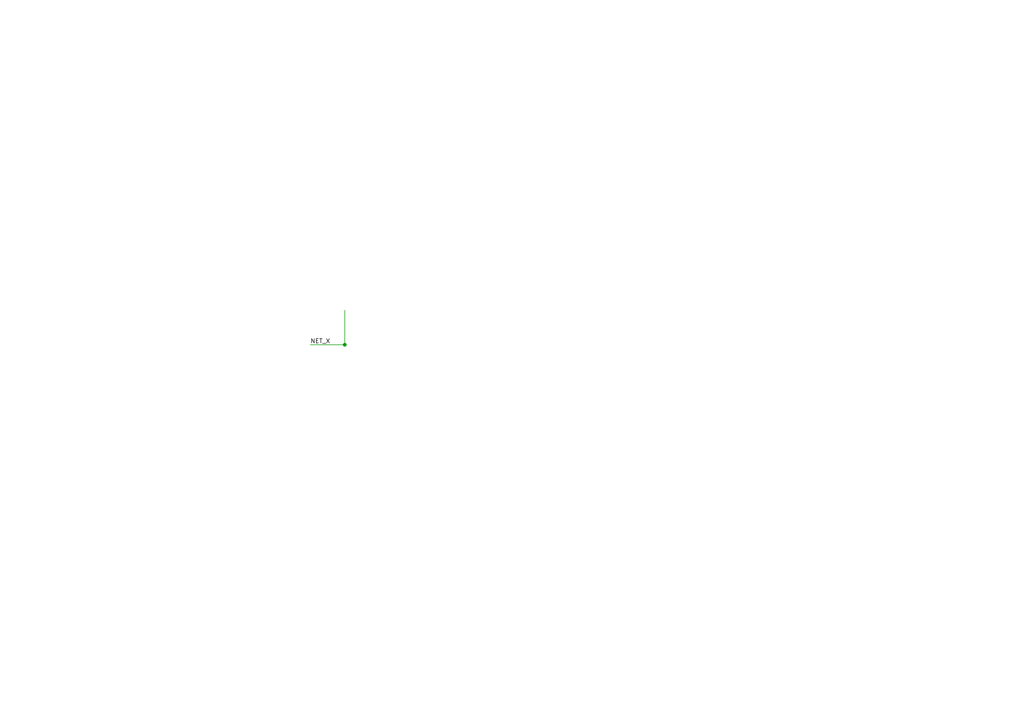
<source format=kicad_sch>
(kicad_sch
	(version 20250114)
	(generator "eeschema")
	(generator_version "9.0")
	(uuid "11111111-1111-1111-1111-111111111111")
	(paper "A4")
	(title_block
		(title "Wire Crossing")
	)
	(lib_symbols)
	(wire
		(pts
			(xy 90 100) (xy 110 100)
		)
		(stroke
			(width 0)
			(type default)
		)
		(uuid "22222222-2222-2222-2222-222222222222")
	)
	(wire
		(pts
			(xy 100 90) (xy 100 110)
		)
		(stroke
			(width 0)
			(type default)
		)
		(uuid "33333333-3333-3333-3333-333333333333")
	)
	(junction
		(at 100 100)
		(diameter 0)
		(color 0 0 0 0)
		(uuid "44444444-4444-4444-4444-444444444444")
	)
	(label "NET_X"
		(at 90 100 0)
		(effects
			(font
				(size 1.27 1.27)
			)
			(justify left bottom)
		)
		(uuid "55555555-5555-5555-5555-555555555555")
	)
	(sheet_instances
		(path "/"
			(page "1")
		)
	)
	(embedded_fonts no)
)

</source>
